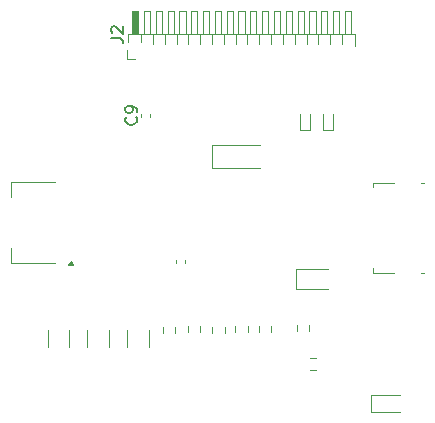
<source format=gbr>
%TF.GenerationSoftware,KiCad,Pcbnew,9.0.3*%
%TF.CreationDate,2025-08-23T20:39:02+05:00*%
%TF.ProjectId,esp-32-new,6573702d-3332-42d6-9e65-772e6b696361,rev?*%
%TF.SameCoordinates,Original*%
%TF.FileFunction,Legend,Top*%
%TF.FilePolarity,Positive*%
%FSLAX46Y46*%
G04 Gerber Fmt 4.6, Leading zero omitted, Abs format (unit mm)*
G04 Created by KiCad (PCBNEW 9.0.3) date 2025-08-23 20:39:02*
%MOMM*%
%LPD*%
G01*
G04 APERTURE LIST*
%ADD10C,0.150000*%
%ADD11C,0.120000*%
G04 APERTURE END LIST*
D10*
X96479580Y-99706666D02*
X96527200Y-99754285D01*
X96527200Y-99754285D02*
X96574819Y-99897142D01*
X96574819Y-99897142D02*
X96574819Y-99992380D01*
X96574819Y-99992380D02*
X96527200Y-100135237D01*
X96527200Y-100135237D02*
X96431961Y-100230475D01*
X96431961Y-100230475D02*
X96336723Y-100278094D01*
X96336723Y-100278094D02*
X96146247Y-100325713D01*
X96146247Y-100325713D02*
X96003390Y-100325713D01*
X96003390Y-100325713D02*
X95812914Y-100278094D01*
X95812914Y-100278094D02*
X95717676Y-100230475D01*
X95717676Y-100230475D02*
X95622438Y-100135237D01*
X95622438Y-100135237D02*
X95574819Y-99992380D01*
X95574819Y-99992380D02*
X95574819Y-99897142D01*
X95574819Y-99897142D02*
X95622438Y-99754285D01*
X95622438Y-99754285D02*
X95670057Y-99706666D01*
X96574819Y-99230475D02*
X96574819Y-99039999D01*
X96574819Y-99039999D02*
X96527200Y-98944761D01*
X96527200Y-98944761D02*
X96479580Y-98897142D01*
X96479580Y-98897142D02*
X96336723Y-98801904D01*
X96336723Y-98801904D02*
X96146247Y-98754285D01*
X96146247Y-98754285D02*
X95765295Y-98754285D01*
X95765295Y-98754285D02*
X95670057Y-98801904D01*
X95670057Y-98801904D02*
X95622438Y-98849523D01*
X95622438Y-98849523D02*
X95574819Y-98944761D01*
X95574819Y-98944761D02*
X95574819Y-99135237D01*
X95574819Y-99135237D02*
X95622438Y-99230475D01*
X95622438Y-99230475D02*
X95670057Y-99278094D01*
X95670057Y-99278094D02*
X95765295Y-99325713D01*
X95765295Y-99325713D02*
X96003390Y-99325713D01*
X96003390Y-99325713D02*
X96098628Y-99278094D01*
X96098628Y-99278094D02*
X96146247Y-99230475D01*
X96146247Y-99230475D02*
X96193866Y-99135237D01*
X96193866Y-99135237D02*
X96193866Y-98944761D01*
X96193866Y-98944761D02*
X96146247Y-98849523D01*
X96146247Y-98849523D02*
X96098628Y-98801904D01*
X96098628Y-98801904D02*
X96003390Y-98754285D01*
X94369819Y-93008333D02*
X95084104Y-93008333D01*
X95084104Y-93008333D02*
X95226961Y-93055952D01*
X95226961Y-93055952D02*
X95322200Y-93151190D01*
X95322200Y-93151190D02*
X95369819Y-93294047D01*
X95369819Y-93294047D02*
X95369819Y-93389285D01*
X94465057Y-92579761D02*
X94417438Y-92532142D01*
X94417438Y-92532142D02*
X94369819Y-92436904D01*
X94369819Y-92436904D02*
X94369819Y-92198809D01*
X94369819Y-92198809D02*
X94417438Y-92103571D01*
X94417438Y-92103571D02*
X94465057Y-92055952D01*
X94465057Y-92055952D02*
X94560295Y-92008333D01*
X94560295Y-92008333D02*
X94655533Y-92008333D01*
X94655533Y-92008333D02*
X94798390Y-92055952D01*
X94798390Y-92055952D02*
X95369819Y-92627380D01*
X95369819Y-92627380D02*
X95369819Y-92008333D01*
D11*
%TO.C,R4*%
X110097500Y-117822224D02*
X110097500Y-117312776D01*
X111142500Y-117822224D02*
X111142500Y-117312776D01*
%TO.C,R2*%
X104897500Y-117902224D02*
X104897500Y-117392776D01*
X105942500Y-117902224D02*
X105942500Y-117392776D01*
%TO.C,D3*%
X110400000Y-99407500D02*
X110400000Y-100767500D01*
X110400000Y-100767500D02*
X111200000Y-100767500D01*
X111200000Y-99407500D02*
X111200000Y-100767500D01*
%TO.C,R3*%
X106887500Y-117902224D02*
X106887500Y-117392776D01*
X107932500Y-117902224D02*
X107932500Y-117392776D01*
%TO.C,C9*%
X96920000Y-99655835D02*
X96920000Y-99424165D01*
X97640000Y-99655835D02*
X97640000Y-99424165D01*
%TO.C,R10*%
X111217776Y-120067500D02*
X111727224Y-120067500D01*
X111217776Y-121112500D02*
X111727224Y-121112500D01*
%TO.C,C7*%
X89020000Y-117741248D02*
X89020000Y-119163752D01*
X90840000Y-117741248D02*
X90840000Y-119163752D01*
%TO.C,D5*%
X116365000Y-123215000D02*
X116365000Y-124685000D01*
X116365000Y-124685000D02*
X118825000Y-124685000D01*
X118825000Y-123215000D02*
X116365000Y-123215000D01*
%TO.C,C6*%
X92370000Y-117741248D02*
X92370000Y-119163752D01*
X94190000Y-117741248D02*
X94190000Y-119163752D01*
%TO.C,D4*%
X112350000Y-99407500D02*
X112350000Y-100767500D01*
X112350000Y-100767500D02*
X113150000Y-100767500D01*
X113150000Y-99407500D02*
X113150000Y-100767500D01*
%TO.C,D2*%
X102950000Y-102020000D02*
X102950000Y-104020000D01*
X102950000Y-102020000D02*
X106960000Y-102020000D01*
X102950000Y-104020000D02*
X106960000Y-104020000D01*
%TO.C,R9*%
X100877500Y-117914724D02*
X100877500Y-117405276D01*
X101922500Y-117914724D02*
X101922500Y-117405276D01*
%TO.C,R8*%
X98747500Y-117944724D02*
X98747500Y-117435276D01*
X99792500Y-117944724D02*
X99792500Y-117435276D01*
%TO.C,U3*%
X85900000Y-105200000D02*
X85900000Y-106460000D01*
X85900000Y-112020000D02*
X85900000Y-110760000D01*
X89660000Y-105200000D02*
X85900000Y-105200000D01*
X89660000Y-112020000D02*
X85900000Y-112020000D01*
X91180000Y-112250000D02*
X90700000Y-112250000D01*
X90940000Y-111920000D01*
X91180000Y-112250000D01*
G36*
X91180000Y-112250000D02*
G01*
X90700000Y-112250000D01*
X90940000Y-111920000D01*
X91180000Y-112250000D01*
G37*
%TO.C,C2*%
X99870000Y-112065835D02*
X99870000Y-111834165D01*
X100590000Y-112065835D02*
X100590000Y-111834165D01*
%TO.C,D1*%
X110052500Y-112560000D02*
X110052500Y-114260000D01*
X110052500Y-112560000D02*
X112712500Y-112560000D01*
X110052500Y-114260000D02*
X112712500Y-114260000D01*
%TO.C,J1*%
X116550000Y-105260000D02*
X116550000Y-105640000D01*
X116550000Y-105260000D02*
X118320000Y-105260000D01*
X116550000Y-112880000D02*
X116550000Y-112500000D01*
X118320000Y-112880000D02*
X116550000Y-112880000D01*
X120600000Y-105260000D02*
X120860000Y-105260000D01*
X120860000Y-112880000D02*
X120600000Y-112880000D01*
%TO.C,J2*%
X95680000Y-94785000D02*
X95680000Y-94050000D01*
X95805000Y-92690000D02*
X115025000Y-92690000D01*
X95805000Y-93315000D02*
X95805000Y-92690000D01*
X96415000Y-94785000D02*
X95680000Y-94785000D01*
X96915000Y-93315000D02*
X96915000Y-92690000D01*
X97155000Y-90690000D02*
X97675000Y-90690000D01*
X97155000Y-92690000D02*
X97155000Y-90690000D01*
X97675000Y-90690000D02*
X97675000Y-92690000D01*
X97915000Y-93511275D02*
X97915000Y-92690000D01*
X98155000Y-90690000D02*
X98675000Y-90690000D01*
X98155000Y-92690000D02*
X98155000Y-90690000D01*
X98675000Y-90690000D02*
X98675000Y-92690000D01*
X98915000Y-93511275D02*
X98915000Y-92690000D01*
X99155000Y-90690000D02*
X99675000Y-90690000D01*
X99155000Y-92690000D02*
X99155000Y-90690000D01*
X99675000Y-90690000D02*
X99675000Y-92690000D01*
X99915000Y-93511275D02*
X99915000Y-92690000D01*
X100155000Y-90690000D02*
X100675000Y-90690000D01*
X100155000Y-92690000D02*
X100155000Y-90690000D01*
X100675000Y-90690000D02*
X100675000Y-92690000D01*
X100915000Y-93511275D02*
X100915000Y-92690000D01*
X101155000Y-90690000D02*
X101675000Y-90690000D01*
X101155000Y-92690000D02*
X101155000Y-90690000D01*
X101675000Y-90690000D02*
X101675000Y-92690000D01*
X101915000Y-93511275D02*
X101915000Y-92690000D01*
X102155000Y-90690000D02*
X102675000Y-90690000D01*
X102155000Y-92690000D02*
X102155000Y-90690000D01*
X102675000Y-90690000D02*
X102675000Y-92690000D01*
X102915000Y-93511275D02*
X102915000Y-92690000D01*
X103155000Y-90690000D02*
X103675000Y-90690000D01*
X103155000Y-92690000D02*
X103155000Y-90690000D01*
X103675000Y-90690000D02*
X103675000Y-92690000D01*
X103915000Y-93511275D02*
X103915000Y-92690000D01*
X104155000Y-90690000D02*
X104675000Y-90690000D01*
X104155000Y-92690000D02*
X104155000Y-90690000D01*
X104675000Y-90690000D02*
X104675000Y-92690000D01*
X104915000Y-93511275D02*
X104915000Y-92690000D01*
X105155000Y-90690000D02*
X105675000Y-90690000D01*
X105155000Y-92690000D02*
X105155000Y-90690000D01*
X105675000Y-90690000D02*
X105675000Y-92690000D01*
X105915000Y-93511275D02*
X105915000Y-92690000D01*
X106155000Y-90690000D02*
X106675000Y-90690000D01*
X106155000Y-92690000D02*
X106155000Y-90690000D01*
X106675000Y-90690000D02*
X106675000Y-92690000D01*
X106915000Y-93511275D02*
X106915000Y-92690000D01*
X107155000Y-90690000D02*
X107675000Y-90690000D01*
X107155000Y-92690000D02*
X107155000Y-90690000D01*
X107675000Y-90690000D02*
X107675000Y-92690000D01*
X107915000Y-93511275D02*
X107915000Y-92690000D01*
X108155000Y-90690000D02*
X108675000Y-90690000D01*
X108155000Y-92690000D02*
X108155000Y-90690000D01*
X108675000Y-90690000D02*
X108675000Y-92690000D01*
X108915000Y-93511275D02*
X108915000Y-92690000D01*
X109155000Y-90690000D02*
X109675000Y-90690000D01*
X109155000Y-92690000D02*
X109155000Y-90690000D01*
X109675000Y-90690000D02*
X109675000Y-92690000D01*
X109915000Y-93511275D02*
X109915000Y-92690000D01*
X110155000Y-90690000D02*
X110675000Y-90690000D01*
X110155000Y-92690000D02*
X110155000Y-90690000D01*
X110675000Y-90690000D02*
X110675000Y-92690000D01*
X110915000Y-93511275D02*
X110915000Y-92690000D01*
X111155000Y-90690000D02*
X111675000Y-90690000D01*
X111155000Y-92690000D02*
X111155000Y-90690000D01*
X111675000Y-90690000D02*
X111675000Y-92690000D01*
X111915000Y-93511275D02*
X111915000Y-92690000D01*
X112155000Y-90690000D02*
X112675000Y-90690000D01*
X112155000Y-92690000D02*
X112155000Y-90690000D01*
X112675000Y-90690000D02*
X112675000Y-92690000D01*
X112915000Y-93511275D02*
X112915000Y-92690000D01*
X113155000Y-90690000D02*
X113675000Y-90690000D01*
X113155000Y-92690000D02*
X113155000Y-90690000D01*
X113675000Y-90690000D02*
X113675000Y-92690000D01*
X113915000Y-93511275D02*
X113915000Y-92690000D01*
X114155000Y-90690000D02*
X114675000Y-90690000D01*
X114155000Y-92690000D02*
X114155000Y-90690000D01*
X114675000Y-90690000D02*
X114675000Y-92690000D01*
X115025000Y-92690000D02*
X115025000Y-93639970D01*
X96155000Y-92690000D02*
X96675000Y-92690000D01*
X96675000Y-90690000D01*
X96155000Y-90690000D01*
X96155000Y-92690000D01*
G36*
X96155000Y-92690000D02*
G01*
X96675000Y-92690000D01*
X96675000Y-90690000D01*
X96155000Y-90690000D01*
X96155000Y-92690000D01*
G37*
%TO.C,C1*%
X95720000Y-117741248D02*
X95720000Y-119163752D01*
X97540000Y-117741248D02*
X97540000Y-119163752D01*
%TO.C,R1*%
X102937500Y-117944724D02*
X102937500Y-117435276D01*
X103982500Y-117944724D02*
X103982500Y-117435276D01*
%TD*%
M02*

</source>
